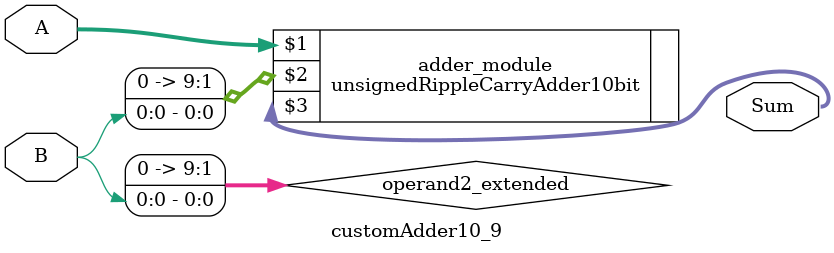
<source format=v>

module customAdder10_9(
                    input [9 : 0] A,
                    input [0 : 0] B,
                    
                    output [10 : 0] Sum
            );

    wire [9 : 0] operand2_extended;
    
    assign operand2_extended =  {9'b0, B};
    
    unsignedRippleCarryAdder10bit adder_module(
        A,
        operand2_extended,
        Sum
    );
    
endmodule
        
</source>
